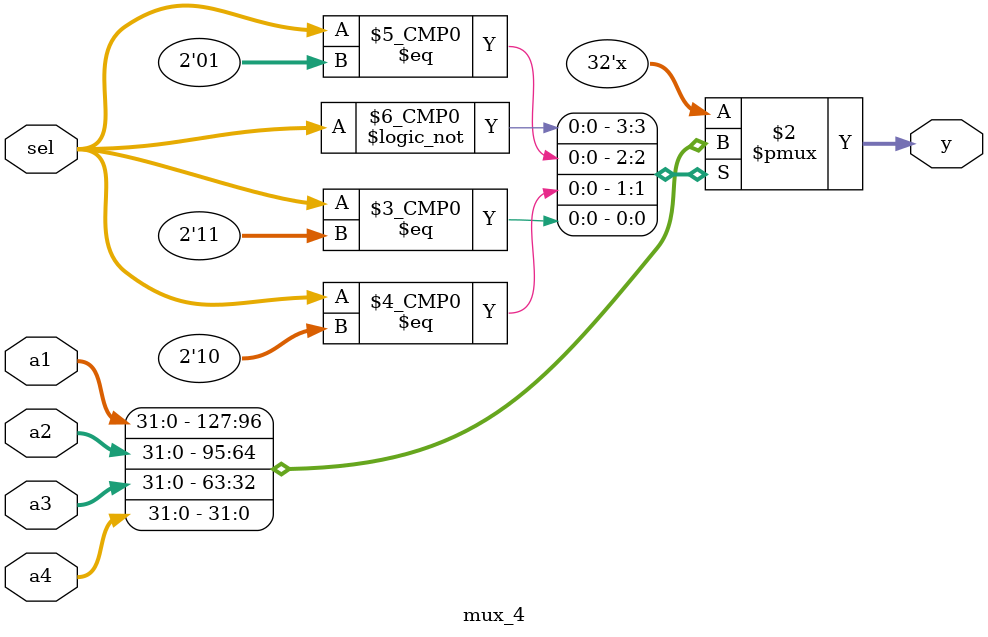
<source format=sv>
module mux_4
#(parameter DW = 32)
(
    input logic  [DW-1:0] a1,
    input logic  [DW-1:0] a2,
    input logic  [DW-1:0] a3,
    input logic  [DW-1:0] a4,
    output logic [DW-1:0] y, 
    input logic  [1:0]    sel  
);

always_comb begin 
    case (sel)
        2'b00: y <= a1;
        2'b01: y <= a2;
        2'b10: y <= a3;
        2'b11: y <= a4;
    endcase
end

endmodule

</source>
